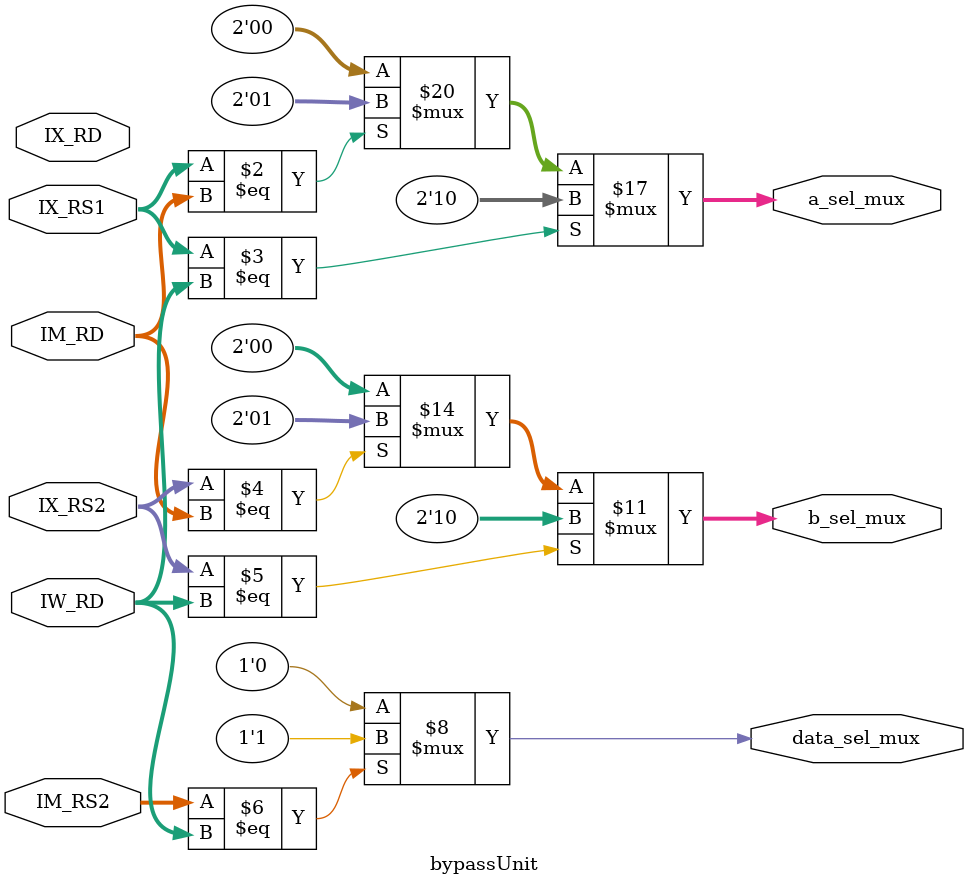
<source format=sv>
module bypassUnit (
    input  logic [4:0] IM_RS2,
    input  logic [4:0] IX_RS1,
    input  logic [4:0] IX_RS2,
    input  logic [4:0] IX_RD,
    input  logic [4:0] IM_RD,
    input  logic [4:0] IW_RD,
    output logic [1:0] a_sel_mux,
    output logic [1:0] b_sel_mux,
    output logic data_sel_mux
);

    always_comb begin
        a_sel_mux = 2'b00;
        b_sel_mux = 2'b00;
        data_sel_mux = 1'b0;

        if (IX_RS1 == IM_RD)
            a_sel_mux = 2'b01;
        if (IX_RS1 == IW_RD)
            a_sel_mux = 2'b10;
        if (IX_RS2 == IM_RD)
            b_sel_mux = 2'b01;
        if (IX_RS2 == IW_RD)
            b_sel_mux = 2'b10;
        if (IM_RS2 == IW_RD)
            data_sel_mux = 1'b1;
    end

endmodule

</source>
